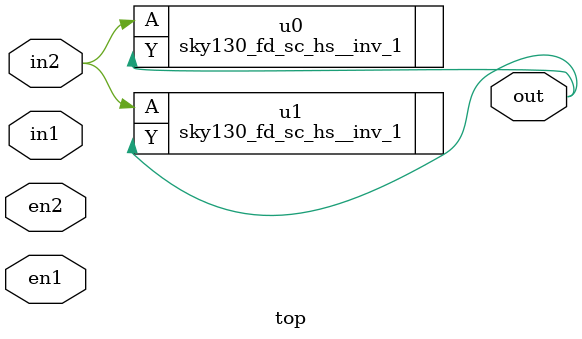
<source format=v>
module top (in1, in2, en1, en2, out);
  input in1, in2, en1, en2;
  output out;

  sky130_fd_sc_hs__inv_1 u0 (.A(in2), .Y(out));
  sky130_fd_sc_hs__inv_1 u1 (.A(in2), .Y(out));

endmodule // top

</source>
